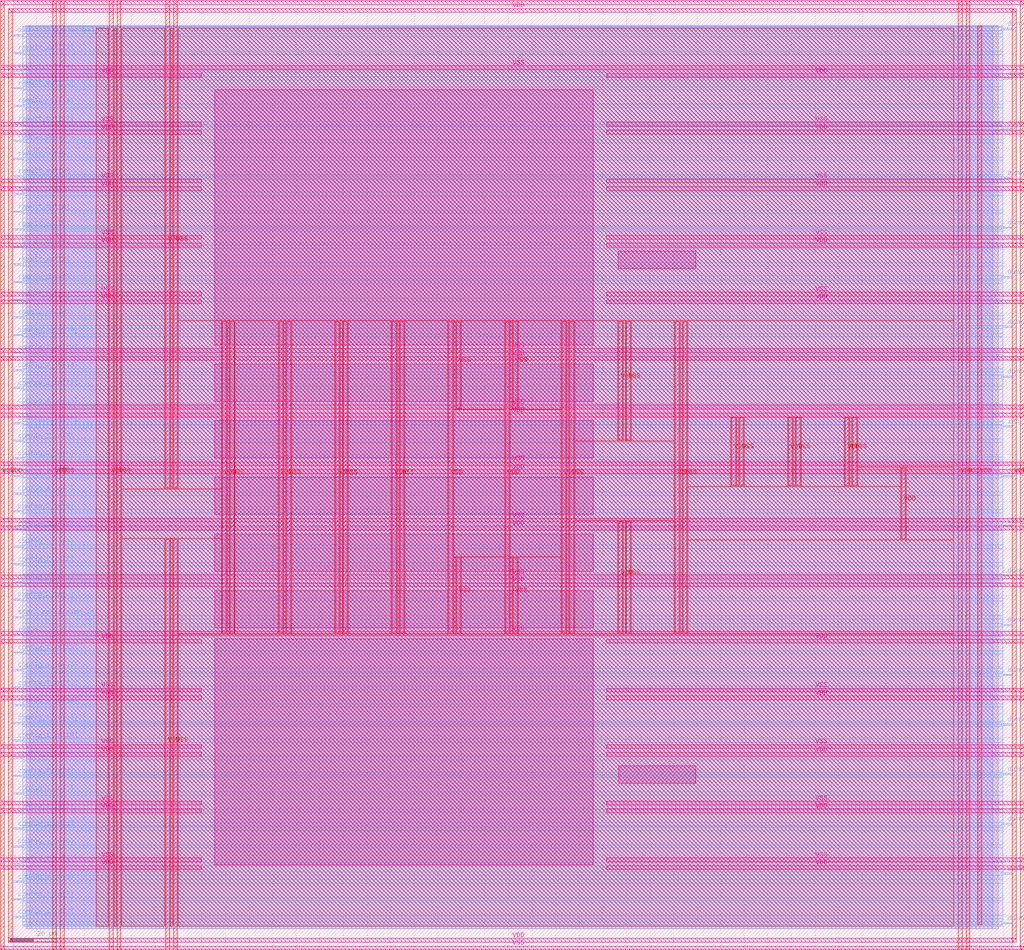
<source format=lef>
VERSION 5.7 ;
  NOWIREEXTENSIONATPIN ON ;
  DIVIDERCHAR "/" ;
  BUSBITCHARS "[]" ;
MACRO adc_top
  CLASS BLOCK ;
  FOREIGN adc_top ;
  ORIGIN 0.000 0.000 ;
  SIZE 423.500 BY 403.000 ;
  PIN VDD
    DIRECTION INOUT ;
    USE POWER ;
    PORT
      LAYER met4 ;
        RECT -2.080 3.280 -0.480 399.280 ;
    END
    PORT
      LAYER met5 ;
        RECT -2.080 3.280 425.280 4.880 ;
    END
    PORT
      LAYER met5 ;
        RECT -2.080 397.680 425.280 399.280 ;
    END
    PORT
      LAYER met4 ;
        RECT 423.680 3.280 425.280 399.280 ;
    END
    PORT
      LAYER met4 ;
        RECT 16.720 -0.020 18.320 402.580 ;
    END
    PORT
      LAYER met4 ;
        RECT 40.720 -0.020 42.320 402.580 ;
    END
    PORT
      LAYER met4 ;
        RECT 64.720 -0.020 66.320 174.075 ;
    END
    PORT
      LAYER met4 ;
        RECT 64.720 195.925 66.320 402.580 ;
    END
    PORT
      LAYER met4 ;
        RECT 88.720 134.310 90.320 266.530 ;
    END
    PORT
      LAYER met4 ;
        RECT 112.720 134.310 114.320 266.530 ;
    END
    PORT
      LAYER met4 ;
        RECT 136.720 134.310 138.320 266.530 ;
    END
    PORT
      LAYER met4 ;
        RECT 160.720 134.310 162.320 266.530 ;
    END
    PORT
      LAYER met4 ;
        RECT 184.720 134.310 186.320 266.530 ;
    END
    PORT
      LAYER met4 ;
        RECT 208.720 134.310 210.320 266.530 ;
    END
    PORT
      LAYER met4 ;
        RECT 232.720 134.310 234.320 266.530 ;
    END
    PORT
      LAYER met4 ;
        RECT 256.720 134.310 258.320 181.740 ;
    END
    PORT
      LAYER met4 ;
        RECT 256.720 216.190 258.320 266.530 ;
    END
    PORT
      LAYER met4 ;
        RECT 280.720 134.310 282.320 266.530 ;
    END
    PORT
      LAYER met4 ;
        RECT 304.720 196.960 306.320 225.700 ;
    END
    PORT
      LAYER met4 ;
        RECT 328.720 196.960 330.320 225.700 ;
    END
    PORT
      LAYER met4 ;
        RECT 352.720 196.960 354.320 225.700 ;
    END
    PORT
      LAYER met4 ;
        RECT 376.720 174.300 378.320 204.470 ;
    END
    PORT
      LAYER met4 ;
        RECT 400.720 -0.020 402.320 402.580 ;
    END
    PORT
      LAYER met5 ;
        RECT -5.380 34.080 79.800 35.680 ;
    END
    PORT
      LAYER met5 ;
        RECT -5.380 58.080 79.800 59.680 ;
    END
    PORT
      LAYER met5 ;
        RECT -5.380 82.080 79.800 83.680 ;
    END
    PORT
      LAYER met5 ;
        RECT -5.380 106.080 79.800 107.680 ;
    END
    PORT
      LAYER met5 ;
        RECT -5.380 130.080 79.800 131.680 ;
    END
    PORT
      LAYER met5 ;
        RECT -5.380 154.080 428.580 155.680 ;
    END
    PORT
      LAYER met5 ;
        RECT -5.380 178.080 428.580 179.680 ;
    END
    PORT
      LAYER met5 ;
        RECT -5.380 202.080 428.580 203.680 ;
    END
    PORT
      LAYER met5 ;
        RECT -5.380 226.080 428.580 227.680 ;
    END
    PORT
      LAYER met5 ;
        RECT -5.380 250.080 428.580 251.680 ;
    END
    PORT
      LAYER met5 ;
        RECT -5.380 274.080 79.800 275.680 ;
    END
    PORT
      LAYER met5 ;
        RECT -5.380 298.080 79.800 299.680 ;
    END
    PORT
      LAYER met5 ;
        RECT -5.380 322.080 79.800 323.680 ;
    END
    PORT
      LAYER met5 ;
        RECT -5.380 346.080 79.800 347.680 ;
    END
    PORT
      LAYER met5 ;
        RECT -5.380 370.080 79.800 371.680 ;
    END
    PORT
      LAYER met5 ;
        RECT 251.560 34.080 428.580 35.680 ;
    END
    PORT
      LAYER met5 ;
        RECT 251.560 58.080 428.580 59.680 ;
    END
    PORT
      LAYER met5 ;
        RECT 251.560 82.080 428.580 83.680 ;
    END
    PORT
      LAYER met5 ;
        RECT 251.560 106.080 428.580 107.680 ;
    END
    PORT
      LAYER met5 ;
        RECT 251.560 130.080 428.580 131.680 ;
    END
    PORT
      LAYER met5 ;
        RECT 251.560 274.080 428.580 275.680 ;
    END
    PORT
      LAYER met5 ;
        RECT 251.560 298.080 428.580 299.680 ;
    END
    PORT
      LAYER met5 ;
        RECT 251.560 322.080 428.580 323.680 ;
    END
    PORT
      LAYER met5 ;
        RECT 251.560 346.080 428.580 347.680 ;
    END
    PORT
      LAYER met5 ;
        RECT 251.560 370.080 428.580 371.680 ;
    END
    PORT
      LAYER met4 ;
        RECT 409.060 10.640 410.660 391.920 ;
    END
  END VDD
  PIN VSS
    DIRECTION INOUT ;
    USE GROUND ;
    PORT
      LAYER met4 ;
        RECT -5.380 -0.020 -3.780 402.580 ;
    END
    PORT
      LAYER met5 ;
        RECT -5.380 -0.020 428.580 1.580 ;
    END
    PORT
      LAYER met5 ;
        RECT -5.380 400.980 428.580 402.580 ;
    END
    PORT
      LAYER met4 ;
        RECT 426.980 -0.020 428.580 402.580 ;
    END
    PORT
      LAYER met4 ;
        RECT 20.020 -0.020 21.620 402.580 ;
    END
    PORT
      LAYER met4 ;
        RECT 44.020 -0.020 45.620 402.580 ;
    END
    PORT
      LAYER met4 ;
        RECT 68.020 -0.020 69.620 174.075 ;
    END
    PORT
      LAYER met4 ;
        RECT 68.020 195.925 69.620 402.580 ;
    END
    PORT
      LAYER met4 ;
        RECT 92.020 134.310 93.620 266.530 ;
    END
    PORT
      LAYER met4 ;
        RECT 116.020 134.310 117.620 266.530 ;
    END
    PORT
      LAYER met4 ;
        RECT 140.020 134.310 141.620 266.530 ;
    END
    PORT
      LAYER met4 ;
        RECT 164.020 134.310 165.620 266.530 ;
    END
    PORT
      LAYER met4 ;
        RECT 188.020 134.310 189.620 166.180 ;
    END
    PORT
      LAYER met4 ;
        RECT 188.020 229.660 189.620 266.530 ;
    END
    PORT
      LAYER met4 ;
        RECT 212.020 134.310 213.620 166.180 ;
    END
    PORT
      LAYER met4 ;
        RECT 212.020 229.660 213.620 266.530 ;
    END
    PORT
      LAYER met4 ;
        RECT 236.020 134.310 237.620 266.530 ;
    END
    PORT
      LAYER met4 ;
        RECT 260.020 134.310 261.620 181.740 ;
    END
    PORT
      LAYER met4 ;
        RECT 260.020 216.190 261.620 266.530 ;
    END
    PORT
      LAYER met4 ;
        RECT 284.020 134.310 285.620 266.530 ;
    END
    PORT
      LAYER met4 ;
        RECT 308.020 196.960 309.620 225.700 ;
    END
    PORT
      LAYER met4 ;
        RECT 332.020 196.960 333.620 225.700 ;
    END
    PORT
      LAYER met4 ;
        RECT 356.020 196.960 357.620 225.700 ;
    END
    PORT
      LAYER met4 ;
        RECT 404.020 -0.020 405.620 402.580 ;
    END
    PORT
      LAYER met5 ;
        RECT -5.380 37.380 79.800 38.980 ;
    END
    PORT
      LAYER met5 ;
        RECT -5.380 61.380 79.800 62.980 ;
    END
    PORT
      LAYER met5 ;
        RECT -5.380 85.380 79.800 86.980 ;
    END
    PORT
      LAYER met5 ;
        RECT -5.380 109.380 79.800 110.980 ;
    END
    PORT
      LAYER met5 ;
        RECT -5.380 133.380 428.580 134.980 ;
    END
    PORT
      LAYER met5 ;
        RECT -5.380 157.380 428.580 158.980 ;
    END
    PORT
      LAYER met5 ;
        RECT -5.380 181.380 428.580 182.980 ;
    END
    PORT
      LAYER met5 ;
        RECT -5.380 205.380 428.580 206.980 ;
    END
    PORT
      LAYER met5 ;
        RECT -5.380 229.380 428.580 230.980 ;
    END
    PORT
      LAYER met5 ;
        RECT -5.380 253.380 428.580 254.980 ;
    END
    PORT
      LAYER met5 ;
        RECT -5.380 277.380 79.800 278.980 ;
    END
    PORT
      LAYER met5 ;
        RECT -5.380 301.380 79.800 302.980 ;
    END
    PORT
      LAYER met5 ;
        RECT -5.380 325.380 79.800 326.980 ;
    END
    PORT
      LAYER met5 ;
        RECT -5.380 349.380 79.800 350.980 ;
    END
    PORT
      LAYER met5 ;
        RECT -5.380 373.380 428.580 374.980 ;
    END
    PORT
      LAYER met5 ;
        RECT 251.560 37.380 428.580 38.980 ;
    END
    PORT
      LAYER met5 ;
        RECT 251.560 61.380 428.580 62.980 ;
    END
    PORT
      LAYER met5 ;
        RECT 251.560 85.380 428.580 86.980 ;
    END
    PORT
      LAYER met5 ;
        RECT 251.560 109.380 428.580 110.980 ;
    END
    PORT
      LAYER met5 ;
        RECT 251.560 277.380 428.580 278.980 ;
    END
    PORT
      LAYER met5 ;
        RECT 251.560 301.380 428.580 302.980 ;
    END
    PORT
      LAYER met5 ;
        RECT 251.560 325.380 428.580 326.980 ;
    END
    PORT
      LAYER met5 ;
        RECT 251.560 349.380 428.580 350.980 ;
    END
  END VSS
  PIN clk_vcm
    DIRECTION INPUT ;
    USE SIGNAL ;
    PORT
      LAYER met3 ;
        RECT 419.500 179.560 423.500 180.160 ;
    END
  END clk_vcm
  PIN config_1_in[0]
    DIRECTION INPUT ;
    USE SIGNAL ;
    PORT
      LAYER met3 ;
        RECT 0.000 43.560 4.000 44.160 ;
    END
  END config_1_in[0]
  PIN config_1_in[10]
    DIRECTION INPUT ;
    USE SIGNAL ;
    PORT
      LAYER met3 ;
        RECT 0.000 88.440 4.000 89.040 ;
    END
  END config_1_in[10]
  PIN config_1_in[11]
    DIRECTION INPUT ;
    USE SIGNAL ;
    PORT
      LAYER met3 ;
        RECT 0.000 95.920 4.000 96.520 ;
    END
  END config_1_in[11]
  PIN config_1_in[12]
    DIRECTION INPUT ;
    USE SIGNAL ;
    PORT
      LAYER met3 ;
        RECT 0.000 103.400 4.000 104.000 ;
    END
  END config_1_in[12]
  PIN config_1_in[13]
    DIRECTION INPUT ;
    USE SIGNAL ;
    PORT
      LAYER met3 ;
        RECT 0.000 110.880 4.000 111.480 ;
    END
  END config_1_in[13]
  PIN config_1_in[14]
    DIRECTION INPUT ;
    USE SIGNAL ;
    PORT
      LAYER met3 ;
        RECT 0.000 118.360 4.000 118.960 ;
    END
  END config_1_in[14]
  PIN config_1_in[15]
    DIRECTION INPUT ;
    USE SIGNAL ;
    PORT
      LAYER met3 ;
        RECT 0.000 125.840 4.000 126.440 ;
    END
  END config_1_in[15]
  PIN config_1_in[1]
    DIRECTION INPUT ;
    USE SIGNAL ;
    PORT
      LAYER met3 ;
        RECT 0.000 51.040 4.000 51.640 ;
    END
  END config_1_in[1]
  PIN config_1_in[2]
    DIRECTION INPUT ;
    USE SIGNAL ;
    PORT
      LAYER met3 ;
        RECT 0.000 58.520 4.000 59.120 ;
    END
  END config_1_in[2]
  PIN config_1_in[3]
    DIRECTION INPUT ;
    USE SIGNAL ;
    PORT
      LAYER met3 ;
        RECT 0.000 66.000 4.000 66.600 ;
    END
  END config_1_in[3]
  PIN config_1_in[4]
    DIRECTION INPUT ;
    USE SIGNAL ;
    PORT
      LAYER met3 ;
        RECT 0.000 73.480 4.000 74.080 ;
    END
  END config_1_in[4]
  PIN config_1_in[5]
    DIRECTION INPUT ;
    USE SIGNAL ;
    PORT
      LAYER met3 ;
        RECT 0.000 80.960 4.000 81.560 ;
    END
  END config_1_in[5]
  PIN config_1_in[6]
    DIRECTION INPUT ;
    USE SIGNAL ;
    PORT
      LAYER met3 ;
        RECT 0.000 13.640 4.000 14.240 ;
    END
  END config_1_in[6]
  PIN config_1_in[7]
    DIRECTION INPUT ;
    USE SIGNAL ;
    PORT
      LAYER met3 ;
        RECT 0.000 21.120 4.000 21.720 ;
    END
  END config_1_in[7]
  PIN config_1_in[8]
    DIRECTION INPUT ;
    USE SIGNAL ;
    PORT
      LAYER met3 ;
        RECT 0.000 28.600 4.000 29.200 ;
    END
  END config_1_in[8]
  PIN config_1_in[9]
    DIRECTION INPUT ;
    USE SIGNAL ;
    PORT
      LAYER met3 ;
        RECT 0.000 36.080 4.000 36.680 ;
    END
  END config_1_in[9]
  PIN config_2_in[0]
    DIRECTION INPUT ;
    USE SIGNAL ;
    PORT
      LAYER met3 ;
        RECT 0.000 148.280 4.000 148.880 ;
    END
  END config_2_in[0]
  PIN config_2_in[10]
    DIRECTION INPUT ;
    USE SIGNAL ;
    PORT
      LAYER met3 ;
        RECT 0.000 223.080 4.000 223.680 ;
    END
  END config_2_in[10]
  PIN config_2_in[11]
    DIRECTION INPUT ;
    USE SIGNAL ;
    PORT
      LAYER met3 ;
        RECT 0.000 230.560 4.000 231.160 ;
    END
  END config_2_in[11]
  PIN config_2_in[12]
    DIRECTION INPUT ;
    USE SIGNAL ;
    PORT
      LAYER met3 ;
        RECT 0.000 238.040 4.000 238.640 ;
    END
  END config_2_in[12]
  PIN config_2_in[13]
    DIRECTION INPUT ;
    USE SIGNAL ;
    PORT
      LAYER met3 ;
        RECT 0.000 245.520 4.000 246.120 ;
    END
  END config_2_in[13]
  PIN config_2_in[14]
    DIRECTION INPUT ;
    USE SIGNAL ;
    PORT
      LAYER met3 ;
        RECT 0.000 253.000 4.000 253.600 ;
    END
  END config_2_in[14]
  PIN config_2_in[15]
    DIRECTION INPUT ;
    USE SIGNAL ;
    PORT
      LAYER met3 ;
        RECT 0.000 260.480 4.000 261.080 ;
    END
  END config_2_in[15]
  PIN config_2_in[1]
    DIRECTION INPUT ;
    USE SIGNAL ;
    PORT
      LAYER met3 ;
        RECT 0.000 155.760 4.000 156.360 ;
    END
  END config_2_in[1]
  PIN config_2_in[2]
    DIRECTION INPUT ;
    USE SIGNAL ;
    PORT
      LAYER met3 ;
        RECT 0.000 163.240 4.000 163.840 ;
    END
  END config_2_in[2]
  PIN config_2_in[3]
    DIRECTION INPUT ;
    USE SIGNAL ;
    PORT
      LAYER met3 ;
        RECT 0.000 170.720 4.000 171.320 ;
    END
  END config_2_in[3]
  PIN config_2_in[4]
    DIRECTION INPUT ;
    USE SIGNAL ;
    PORT
      LAYER met3 ;
        RECT 0.000 178.200 4.000 178.800 ;
    END
  END config_2_in[4]
  PIN config_2_in[5]
    DIRECTION INPUT ;
    USE SIGNAL ;
    PORT
      LAYER met3 ;
        RECT 0.000 185.680 4.000 186.280 ;
    END
  END config_2_in[5]
  PIN config_2_in[6]
    DIRECTION INPUT ;
    USE SIGNAL ;
    PORT
      LAYER met3 ;
        RECT 0.000 193.160 4.000 193.760 ;
    END
  END config_2_in[6]
  PIN config_2_in[7]
    DIRECTION INPUT ;
    USE SIGNAL ;
    PORT
      LAYER met3 ;
        RECT 0.000 200.640 4.000 201.240 ;
    END
  END config_2_in[7]
  PIN config_2_in[8]
    DIRECTION INPUT ;
    USE SIGNAL ;
    PORT
      LAYER met3 ;
        RECT 0.000 208.120 4.000 208.720 ;
    END
  END config_2_in[8]
  PIN config_2_in[9]
    DIRECTION INPUT ;
    USE SIGNAL ;
    PORT
      LAYER met3 ;
        RECT 0.000 215.600 4.000 216.200 ;
    END
  END config_2_in[9]
  PIN conversion_finished_out
    DIRECTION OUTPUT TRISTATE ;
    USE SIGNAL ;
    PORT
      LAYER met3 ;
        RECT 0.000 387.640 4.000 388.240 ;
    END
  END conversion_finished_out
  PIN dummypin[0]
    DIRECTION OUTPUT TRISTATE ;
    USE SIGNAL ;
    PORT
      LAYER met3 ;
        RECT 419.500 390.360 423.500 390.960 ;
    END
  END dummypin[0]
  PIN dummypin[10]
    DIRECTION OUTPUT TRISTATE ;
    USE SIGNAL ;
    PORT
      LAYER met3 ;
        RECT 419.500 116.320 423.500 116.920 ;
    END
  END dummypin[10]
  PIN dummypin[11]
    DIRECTION OUTPUT TRISTATE ;
    USE SIGNAL ;
    PORT
      LAYER met3 ;
        RECT 419.500 95.240 423.500 95.840 ;
    END
  END dummypin[11]
  PIN dummypin[12]
    DIRECTION OUTPUT TRISTATE ;
    USE SIGNAL ;
    PORT
      LAYER met3 ;
        RECT 419.500 74.160 423.500 74.760 ;
    END
  END dummypin[12]
  PIN dummypin[13]
    DIRECTION OUTPUT TRISTATE ;
    USE SIGNAL ;
    PORT
      LAYER met3 ;
        RECT 419.500 53.080 423.500 53.680 ;
    END
  END dummypin[13]
  PIN dummypin[14]
    DIRECTION OUTPUT TRISTATE ;
    USE SIGNAL ;
    PORT
      LAYER met3 ;
        RECT 419.500 32.000 423.500 32.600 ;
    END
  END dummypin[14]
  PIN dummypin[15]
    DIRECTION OUTPUT TRISTATE ;
    USE SIGNAL ;
    PORT
      LAYER met3 ;
        RECT 419.500 10.920 423.500 11.520 ;
    END
  END dummypin[15]
  PIN dummypin[1]
    DIRECTION OUTPUT TRISTATE ;
    USE SIGNAL ;
    PORT
      LAYER met3 ;
        RECT 419.500 369.280 423.500 369.880 ;
    END
  END dummypin[1]
  PIN dummypin[2]
    DIRECTION OUTPUT TRISTATE ;
    USE SIGNAL ;
    PORT
      LAYER met3 ;
        RECT 419.500 348.200 423.500 348.800 ;
    END
  END dummypin[2]
  PIN dummypin[3]
    DIRECTION OUTPUT TRISTATE ;
    USE SIGNAL ;
    PORT
      LAYER met3 ;
        RECT 419.500 327.120 423.500 327.720 ;
    END
  END dummypin[3]
  PIN dummypin[4]
    DIRECTION OUTPUT TRISTATE ;
    USE SIGNAL ;
    PORT
      LAYER met3 ;
        RECT 419.500 306.040 423.500 306.640 ;
    END
  END dummypin[4]
  PIN dummypin[5]
    DIRECTION OUTPUT TRISTATE ;
    USE SIGNAL ;
    PORT
      LAYER met3 ;
        RECT 419.500 284.960 423.500 285.560 ;
    END
  END dummypin[5]
  PIN dummypin[6]
    DIRECTION OUTPUT TRISTATE ;
    USE SIGNAL ;
    PORT
      LAYER met3 ;
        RECT 419.500 263.880 423.500 264.480 ;
    END
  END dummypin[6]
  PIN dummypin[7]
    DIRECTION OUTPUT TRISTATE ;
    USE SIGNAL ;
    PORT
      LAYER met3 ;
        RECT 419.500 242.800 423.500 243.400 ;
    END
  END dummypin[7]
  PIN dummypin[8]
    DIRECTION OUTPUT TRISTATE ;
    USE SIGNAL ;
    PORT
      LAYER met3 ;
        RECT 419.500 158.480 423.500 159.080 ;
    END
  END dummypin[8]
  PIN dummypin[9]
    DIRECTION OUTPUT TRISTATE ;
    USE SIGNAL ;
    PORT
      LAYER met3 ;
        RECT 419.500 137.400 423.500 138.000 ;
    END
  END dummypin[9]
  PIN inn_analog
    DIRECTION INPUT ;
    USE SIGNAL ;
    PORT
      LAYER met3 ;
        RECT 419.500 200.640 423.500 201.240 ;
    END
  END inn_analog
  PIN inp_analog
    DIRECTION INPUT ;
    USE SIGNAL ;
    PORT
      LAYER met3 ;
        RECT 419.500 221.720 423.500 222.320 ;
    END
  END inp_analog
  PIN result_out[0]
    DIRECTION OUTPUT TRISTATE ;
    USE SIGNAL ;
    PORT
      LAYER met3 ;
        RECT 0.000 267.960 4.000 268.560 ;
    END
  END result_out[0]
  PIN result_out[10]
    DIRECTION OUTPUT TRISTATE ;
    USE SIGNAL ;
    PORT
      LAYER met3 ;
        RECT 0.000 342.760 4.000 343.360 ;
    END
  END result_out[10]
  PIN result_out[11]
    DIRECTION OUTPUT TRISTATE ;
    USE SIGNAL ;
    PORT
      LAYER met3 ;
        RECT 0.000 350.240 4.000 350.840 ;
    END
  END result_out[11]
  PIN result_out[12]
    DIRECTION OUTPUT TRISTATE ;
    USE SIGNAL ;
    PORT
      LAYER met3 ;
        RECT 0.000 357.720 4.000 358.320 ;
    END
  END result_out[12]
  PIN result_out[13]
    DIRECTION OUTPUT TRISTATE ;
    USE SIGNAL ;
    PORT
      LAYER met3 ;
        RECT 0.000 365.200 4.000 365.800 ;
    END
  END result_out[13]
  PIN result_out[14]
    DIRECTION OUTPUT TRISTATE ;
    USE SIGNAL ;
    PORT
      LAYER met3 ;
        RECT 0.000 372.680 4.000 373.280 ;
    END
  END result_out[14]
  PIN result_out[15]
    DIRECTION OUTPUT TRISTATE ;
    USE SIGNAL ;
    PORT
      LAYER met3 ;
        RECT 0.000 380.160 4.000 380.760 ;
    END
  END result_out[15]
  PIN result_out[1]
    DIRECTION OUTPUT TRISTATE ;
    USE SIGNAL ;
    PORT
      LAYER met3 ;
        RECT 0.000 275.440 4.000 276.040 ;
    END
  END result_out[1]
  PIN result_out[2]
    DIRECTION OUTPUT TRISTATE ;
    USE SIGNAL ;
    PORT
      LAYER met3 ;
        RECT 0.000 282.920 4.000 283.520 ;
    END
  END result_out[2]
  PIN result_out[3]
    DIRECTION OUTPUT TRISTATE ;
    USE SIGNAL ;
    PORT
      LAYER met3 ;
        RECT 0.000 290.400 4.000 291.000 ;
    END
  END result_out[3]
  PIN result_out[4]
    DIRECTION OUTPUT TRISTATE ;
    USE SIGNAL ;
    PORT
      LAYER met3 ;
        RECT 0.000 297.880 4.000 298.480 ;
    END
  END result_out[4]
  PIN result_out[5]
    DIRECTION OUTPUT TRISTATE ;
    USE SIGNAL ;
    PORT
      LAYER met3 ;
        RECT 0.000 305.360 4.000 305.960 ;
    END
  END result_out[5]
  PIN result_out[6]
    DIRECTION OUTPUT TRISTATE ;
    USE SIGNAL ;
    PORT
      LAYER met3 ;
        RECT 0.000 312.840 4.000 313.440 ;
    END
  END result_out[6]
  PIN result_out[7]
    DIRECTION OUTPUT TRISTATE ;
    USE SIGNAL ;
    PORT
      LAYER met3 ;
        RECT 0.000 320.320 4.000 320.920 ;
    END
  END result_out[7]
  PIN result_out[8]
    DIRECTION OUTPUT TRISTATE ;
    USE SIGNAL ;
    PORT
      LAYER met3 ;
        RECT 0.000 327.800 4.000 328.400 ;
    END
  END result_out[8]
  PIN result_out[9]
    DIRECTION OUTPUT TRISTATE ;
    USE SIGNAL ;
    PORT
      LAYER met3 ;
        RECT 0.000 335.280 4.000 335.880 ;
    END
  END result_out[9]
  PIN rst_n
    DIRECTION INPUT ;
    USE SIGNAL ;
    PORT
      LAYER met3 ;
        RECT 0.000 133.320 4.000 133.920 ;
    END
  END rst_n
  PIN start_conversion_in
    DIRECTION INPUT ;
    USE SIGNAL ;
    PORT
      LAYER met3 ;
        RECT 0.000 140.800 4.000 141.400 ;
    END
  END start_conversion_in
  OBS
      LAYER li1 ;
        RECT 5.520 10.000 417.680 391.765 ;
      LAYER met1 ;
        RECT 5.520 8.880 417.680 391.920 ;
      LAYER met2 ;
        RECT 7.000 8.850 415.290 391.865 ;
      LAYER met3 ;
        RECT 4.000 391.360 419.500 391.845 ;
        RECT 4.000 389.960 419.100 391.360 ;
        RECT 4.000 388.640 419.500 389.960 ;
        RECT 4.400 387.240 419.500 388.640 ;
        RECT 4.000 381.160 419.500 387.240 ;
        RECT 4.400 379.760 419.500 381.160 ;
        RECT 4.000 373.680 419.500 379.760 ;
        RECT 4.400 372.280 419.500 373.680 ;
        RECT 4.000 370.280 419.500 372.280 ;
        RECT 4.000 368.880 419.100 370.280 ;
        RECT 4.000 366.200 419.500 368.880 ;
        RECT 4.400 364.800 419.500 366.200 ;
        RECT 4.000 358.720 419.500 364.800 ;
        RECT 4.400 357.320 419.500 358.720 ;
        RECT 4.000 351.240 419.500 357.320 ;
        RECT 4.400 349.840 419.500 351.240 ;
        RECT 4.000 349.200 419.500 349.840 ;
        RECT 4.000 347.800 419.100 349.200 ;
        RECT 4.000 343.760 419.500 347.800 ;
        RECT 4.400 342.360 419.500 343.760 ;
        RECT 4.000 336.280 419.500 342.360 ;
        RECT 4.400 334.880 419.500 336.280 ;
        RECT 4.000 328.800 419.500 334.880 ;
        RECT 4.400 328.120 419.500 328.800 ;
        RECT 4.400 327.400 419.100 328.120 ;
        RECT 4.000 326.720 419.100 327.400 ;
        RECT 4.000 321.320 419.500 326.720 ;
        RECT 4.400 319.920 419.500 321.320 ;
        RECT 4.000 313.840 419.500 319.920 ;
        RECT 4.400 312.440 419.500 313.840 ;
        RECT 4.000 307.040 419.500 312.440 ;
        RECT 4.000 306.360 419.100 307.040 ;
        RECT 4.400 305.640 419.100 306.360 ;
        RECT 4.400 304.960 419.500 305.640 ;
        RECT 4.000 298.880 419.500 304.960 ;
        RECT 4.400 297.480 419.500 298.880 ;
        RECT 4.000 291.400 419.500 297.480 ;
        RECT 4.400 290.000 419.500 291.400 ;
        RECT 4.000 285.960 419.500 290.000 ;
        RECT 4.000 284.560 419.100 285.960 ;
        RECT 4.000 283.920 419.500 284.560 ;
        RECT 4.400 282.520 419.500 283.920 ;
        RECT 4.000 276.440 419.500 282.520 ;
        RECT 4.400 275.040 419.500 276.440 ;
        RECT 4.000 268.960 419.500 275.040 ;
        RECT 4.400 267.560 419.500 268.960 ;
        RECT 4.000 264.880 419.500 267.560 ;
        RECT 4.000 263.480 419.100 264.880 ;
        RECT 4.000 261.480 419.500 263.480 ;
        RECT 4.400 260.080 419.500 261.480 ;
        RECT 4.000 254.000 419.500 260.080 ;
        RECT 4.400 252.600 419.500 254.000 ;
        RECT 4.000 246.520 419.500 252.600 ;
        RECT 4.400 245.120 419.500 246.520 ;
        RECT 4.000 243.800 419.500 245.120 ;
        RECT 4.000 242.400 419.100 243.800 ;
        RECT 4.000 239.040 419.500 242.400 ;
        RECT 4.400 237.640 419.500 239.040 ;
        RECT 4.000 231.560 419.500 237.640 ;
        RECT 4.400 230.160 419.500 231.560 ;
        RECT 4.000 224.080 419.500 230.160 ;
        RECT 4.400 222.720 419.500 224.080 ;
        RECT 4.400 222.680 419.100 222.720 ;
        RECT 4.000 221.320 419.100 222.680 ;
        RECT 4.000 216.600 419.500 221.320 ;
        RECT 4.400 215.200 419.500 216.600 ;
        RECT 4.000 209.120 419.500 215.200 ;
        RECT 4.400 207.720 419.500 209.120 ;
        RECT 4.000 201.640 419.500 207.720 ;
        RECT 4.400 200.240 419.100 201.640 ;
        RECT 4.000 194.160 419.500 200.240 ;
        RECT 4.400 192.760 419.500 194.160 ;
        RECT 4.000 186.680 419.500 192.760 ;
        RECT 4.400 185.280 419.500 186.680 ;
        RECT 4.000 180.560 419.500 185.280 ;
        RECT 4.000 179.200 419.100 180.560 ;
        RECT 4.400 179.160 419.100 179.200 ;
        RECT 4.400 177.800 419.500 179.160 ;
        RECT 4.000 171.720 419.500 177.800 ;
        RECT 4.400 170.320 419.500 171.720 ;
        RECT 4.000 164.240 419.500 170.320 ;
        RECT 4.400 162.840 419.500 164.240 ;
        RECT 4.000 159.480 419.500 162.840 ;
        RECT 4.000 158.080 419.100 159.480 ;
        RECT 4.000 156.760 419.500 158.080 ;
        RECT 4.400 155.360 419.500 156.760 ;
        RECT 4.000 149.280 419.500 155.360 ;
        RECT 4.400 147.880 419.500 149.280 ;
        RECT 4.000 141.800 419.500 147.880 ;
        RECT 4.400 140.400 419.500 141.800 ;
        RECT 4.000 138.400 419.500 140.400 ;
        RECT 4.000 137.000 419.100 138.400 ;
        RECT 4.000 134.320 419.500 137.000 ;
        RECT 4.400 132.920 419.500 134.320 ;
        RECT 4.000 126.840 419.500 132.920 ;
        RECT 4.400 125.440 419.500 126.840 ;
        RECT 4.000 119.360 419.500 125.440 ;
        RECT 4.400 117.960 419.500 119.360 ;
        RECT 4.000 117.320 419.500 117.960 ;
        RECT 4.000 115.920 419.100 117.320 ;
        RECT 4.000 111.880 419.500 115.920 ;
        RECT 4.400 110.480 419.500 111.880 ;
        RECT 4.000 104.400 419.500 110.480 ;
        RECT 4.400 103.000 419.500 104.400 ;
        RECT 4.000 96.920 419.500 103.000 ;
        RECT 4.400 96.240 419.500 96.920 ;
        RECT 4.400 95.520 419.100 96.240 ;
        RECT 4.000 94.840 419.100 95.520 ;
        RECT 4.000 89.440 419.500 94.840 ;
        RECT 4.400 88.040 419.500 89.440 ;
        RECT 4.000 81.960 419.500 88.040 ;
        RECT 4.400 80.560 419.500 81.960 ;
        RECT 4.000 75.160 419.500 80.560 ;
        RECT 4.000 74.480 419.100 75.160 ;
        RECT 4.400 73.760 419.100 74.480 ;
        RECT 4.400 73.080 419.500 73.760 ;
        RECT 4.000 67.000 419.500 73.080 ;
        RECT 4.400 65.600 419.500 67.000 ;
        RECT 4.000 59.520 419.500 65.600 ;
        RECT 4.400 58.120 419.500 59.520 ;
        RECT 4.000 54.080 419.500 58.120 ;
        RECT 4.000 52.680 419.100 54.080 ;
        RECT 4.000 52.040 419.500 52.680 ;
        RECT 4.400 50.640 419.500 52.040 ;
        RECT 4.000 44.560 419.500 50.640 ;
        RECT 4.400 43.160 419.500 44.560 ;
        RECT 4.000 37.080 419.500 43.160 ;
        RECT 4.400 35.680 419.500 37.080 ;
        RECT 4.000 33.000 419.500 35.680 ;
        RECT 4.000 31.600 419.100 33.000 ;
        RECT 4.000 29.600 419.500 31.600 ;
        RECT 4.400 28.200 419.500 29.600 ;
        RECT 4.000 22.120 419.500 28.200 ;
        RECT 4.400 20.720 419.500 22.120 ;
        RECT 4.000 14.640 419.500 20.720 ;
        RECT 4.400 13.240 419.500 14.640 ;
        RECT 4.000 11.920 419.500 13.240 ;
        RECT 4.000 10.520 419.100 11.920 ;
        RECT 4.000 10.000 419.500 10.520 ;
      LAYER met4 ;
        RECT 35.255 10.000 40.320 390.840 ;
        RECT 42.720 10.000 43.620 390.840 ;
        RECT 46.020 195.525 64.320 390.840 ;
        RECT 66.720 195.525 67.620 390.840 ;
        RECT 70.020 266.930 398.850 390.840 ;
        RECT 70.020 195.525 88.320 266.930 ;
        RECT 46.020 174.475 88.320 195.525 ;
        RECT 46.020 10.000 64.320 174.475 ;
        RECT 66.720 10.000 67.620 174.475 ;
        RECT 70.020 133.910 88.320 174.475 ;
        RECT 90.720 133.910 91.620 266.930 ;
        RECT 94.020 133.910 112.320 266.930 ;
        RECT 114.720 133.910 115.620 266.930 ;
        RECT 118.020 133.910 136.320 266.930 ;
        RECT 138.720 133.910 139.620 266.930 ;
        RECT 142.020 133.910 160.320 266.930 ;
        RECT 162.720 133.910 163.620 266.930 ;
        RECT 166.020 133.910 184.320 266.930 ;
        RECT 186.720 229.260 187.620 266.930 ;
        RECT 190.020 229.260 208.320 266.930 ;
        RECT 186.720 166.580 208.320 229.260 ;
        RECT 186.720 133.910 187.620 166.580 ;
        RECT 190.020 133.910 208.320 166.580 ;
        RECT 210.720 229.260 211.620 266.930 ;
        RECT 214.020 229.260 232.320 266.930 ;
        RECT 210.720 166.580 232.320 229.260 ;
        RECT 210.720 133.910 211.620 166.580 ;
        RECT 214.020 133.910 232.320 166.580 ;
        RECT 234.720 133.910 235.620 266.930 ;
        RECT 238.020 215.790 256.320 266.930 ;
        RECT 258.720 215.790 259.620 266.930 ;
        RECT 262.020 215.790 280.320 266.930 ;
        RECT 238.020 182.140 280.320 215.790 ;
        RECT 238.020 133.910 256.320 182.140 ;
        RECT 258.720 133.910 259.620 182.140 ;
        RECT 262.020 133.910 280.320 182.140 ;
        RECT 282.720 133.910 283.620 266.930 ;
        RECT 286.020 226.100 398.850 266.930 ;
        RECT 286.020 196.560 304.320 226.100 ;
        RECT 306.720 196.560 307.620 226.100 ;
        RECT 310.020 196.560 328.320 226.100 ;
        RECT 330.720 196.560 331.620 226.100 ;
        RECT 334.020 196.560 352.320 226.100 ;
        RECT 354.720 196.560 355.620 226.100 ;
        RECT 358.020 204.870 398.850 226.100 ;
        RECT 358.020 196.560 376.320 204.870 ;
        RECT 286.020 173.900 376.320 196.560 ;
        RECT 378.720 173.900 398.850 204.870 ;
        RECT 286.020 133.910 398.850 173.900 ;
        RECT 70.020 10.000 398.850 133.910 ;
      LAYER met5 ;
        RECT 85.400 256.580 245.960 364.890 ;
        RECT 85.400 232.580 245.960 248.480 ;
        RECT 85.400 208.580 245.960 224.480 ;
        RECT 85.400 184.580 245.960 200.480 ;
        RECT 85.400 160.580 245.960 176.480 ;
        RECT 85.400 136.580 245.960 152.480 ;
        RECT 85.400 35.950 245.960 131.780 ;
        RECT 256.670 70.630 289.410 78.080 ;
        RECT 256.560 289.010 289.430 296.340 ;
  END
END adc_top
END LIBRARY


</source>
